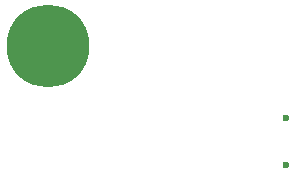
<source format=gbr>
%TF.GenerationSoftware,Altium Limited,Altium Designer,23.5.1 (21)*%
G04 Layer_Color=255*
%FSLAX45Y45*%
%MOMM*%
%TF.SameCoordinates,4F0F0AB4-5C0D-4210-9CCF-4C3744BDD4F0*%
%TF.FilePolarity,Positive*%
%TF.FileFunction,Pads,Bot*%
%TF.Part,Single*%
G01*
G75*
%TA.AperFunction,ComponentPad*%
%ADD14C,7.00000*%
%ADD15C,1.00000*%
%TA.AperFunction,TestPad*%
%ADD18C,0.60000*%
D14*
X14985616Y4014385D02*
D03*
D15*
Y3751885D02*
D03*
X14800000Y3828769D02*
D03*
X14723116Y4014385D02*
D03*
X15171231Y3828769D02*
D03*
X15248116Y4014385D02*
D03*
X15171231Y4200000D02*
D03*
X14985616Y4276885D02*
D03*
X14800000Y4200000D02*
D03*
D18*
X17000000Y3400000D02*
D03*
Y3000000D02*
D03*
%TF.MD5,b7bb0da4d4bc73c092ccb64cac7b16fd*%
M02*

</source>
